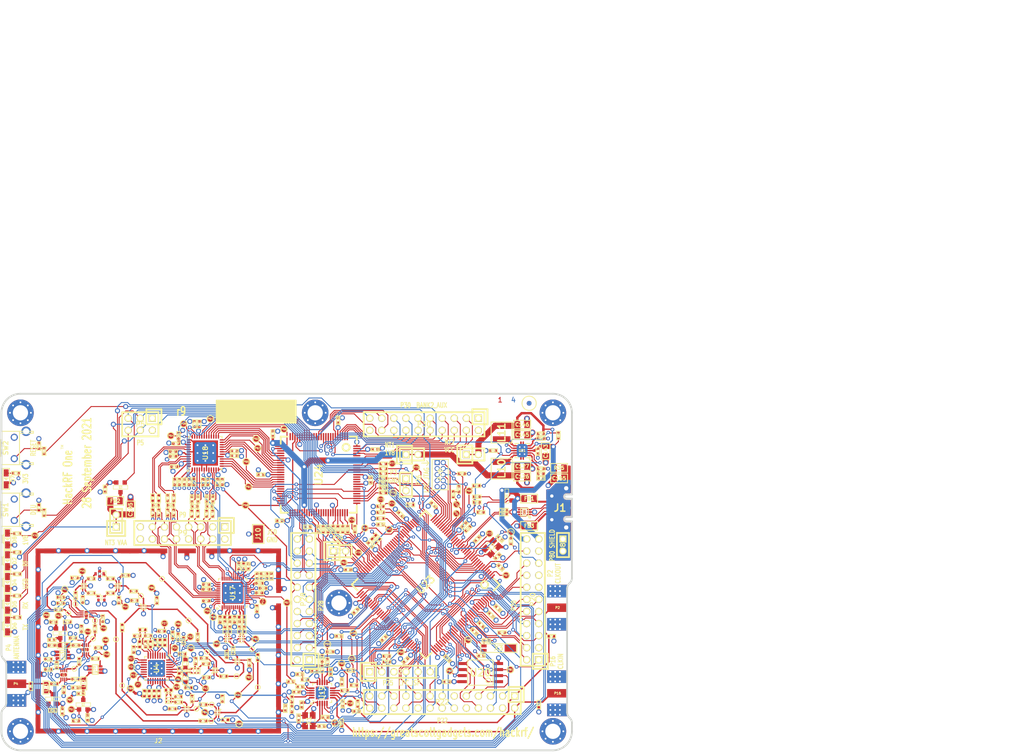
<source format=kicad_pcb>
(kicad_pcb (version 20211014) (generator pcbnew)

  (general
    (thickness 1.6116)
  )

  (paper "USLegal")
  (title_block
    (title "HackRF One")
    (date "2021-09-28")
    (rev "r9")
    (company "Copyright 2012-2020 Great Scott Gadgets")
    (comment 1 "Michael Ossmann")
    (comment 2 "Licensed under the CERN-OHL-P v2")
  )

  (layers
    (0 "F.Cu" signal "C1F")
    (1 "In1.Cu" signal "C2")
    (2 "In2.Cu" signal "C3")
    (31 "B.Cu" signal "C4B")
    (32 "B.Adhes" user "B.Adhesive")
    (33 "F.Adhes" user "F.Adhesive")
    (34 "B.Paste" user)
    (35 "F.Paste" user)
    (36 "B.SilkS" user "B.Silkscreen")
    (37 "F.SilkS" user "F.Silkscreen")
    (38 "B.Mask" user)
    (39 "F.Mask" user)
    (41 "Cmts.User" user "User.Comments")
    (44 "Edge.Cuts" user)
    (45 "Margin" user)
    (46 "B.CrtYd" user "B.Courtyard")
    (47 "F.CrtYd" user "F.Courtyard")
  )

  (setup
    (stackup
      (layer "F.SilkS" (type "Top Silk Screen") (color "White"))
      (layer "F.Paste" (type "Top Solder Paste"))
      (layer "F.Mask" (type "Top Solder Mask") (color "Green") (thickness 0.0127) (material "LPI") (epsilon_r 3.8) (loss_tangent 0))
      (layer "F.Cu" (type "copper") (thickness 0.035))
      (layer "dielectric 1" (type "prepreg") (thickness 0.2104) (material "7628") (epsilon_r 4.6) (loss_tangent 0))
      (layer "In1.Cu" (type "copper") (thickness 0.0152))
      (layer "dielectric 2" (type "core") (thickness 1.065) (material "7628") (epsilon_r 4.6) (loss_tangent 0))
      (layer "In2.Cu" (type "copper") (thickness 0.0152))
      (layer "dielectric 3" (type "prepreg") (thickness 0.2104) (material "7628") (epsilon_r 4.6) (loss_tangent 0))
      (layer "B.Cu" (type "copper") (thickness 0.035))
      (layer "B.Mask" (type "Bottom Solder Mask") (color "Green") (thickness 0.0127) (material "LPI") (epsilon_r 3.8) (loss_tangent 0))
      (layer "B.Paste" (type "Bottom Solder Paste"))
      (layer "B.SilkS" (type "Bottom Silk Screen") (color "White"))
      (copper_finish "ENIG")
      (dielectric_constraints yes)
    )
    (pad_to_mask_clearance 0.05)
    (pad_to_paste_clearance_ratio -0.12)
    (pcbplotparams
      (layerselection 0x00010e8_ffffffff)
      (disableapertmacros false)
      (usegerberextensions true)
      (usegerberattributes false)
      (usegerberadvancedattributes true)
      (creategerberjobfile false)
      (svguseinch false)
      (svgprecision 6)
      (excludeedgelayer true)
      (plotframeref false)
      (viasonmask false)
      (mode 1)
      (useauxorigin false)
      (hpglpennumber 1)
      (hpglpenspeed 20)
      (hpglpendiameter 15.000000)
      (dxfpolygonmode true)
      (dxfimperialunits true)
      (dxfusepcbnewfont true)
      (psnegative false)
      (psa4output false)
      (plotreference false)
      (plotvalue false)
      (plotinvisibletext false)
      (sketchpadsonfab false)
      (subtractmaskfromsilk false)
      (outputformat 1)
      (mirror false)
      (drillshape 0)
      (scaleselection 1)
      (outputdirectory "gerbers")
    )
  )

  (net 0 "")
  (net 1 "!MIX_BYPASS")
  (net 2 "!RX_AMP_PWR")
  (net 3 "!TX_AMP_PWR")
  (net 4 "!VAA_ENABLE")
  (net 5 "/baseband/CLK0")
  (net 6 "/baseband/CLK1")
  (net 7 "/baseband/CLK2")
  (net 8 "/baseband/CLK3")
  (net 9 "/baseband/CLK5")
  (net 10 "/baseband/COM")
  (net 11 "/baseband/CPOUT+")
  (net 12 "/baseband/CPOUT-")
  (net 13 "/baseband/IA+")
  (net 14 "/baseband/IA-")
  (net 15 "/baseband/ID+")
  (net 16 "/baseband/ID-")
  (net 17 "/baseband/INTR")
  (net 18 "/baseband/OEB")
  (net 19 "/baseband/QA+")
  (net 20 "/baseband/QA-")
  (net 21 "/baseband/QD+")
  (net 22 "/baseband/QD-")
  (net 23 "/baseband/REFN")
  (net 24 "/baseband/REFP")
  (net 25 "/baseband/RXBBI+")
  (net 26 "/baseband/RXBBI-")
  (net 27 "/baseband/RXBBQ+")
  (net 28 "/baseband/RXBBQ-")
  (net 29 "/baseband/TXBBI+")
  (net 30 "/baseband/TXBBI-")
  (net 31 "/baseband/TXBBQ+")
  (net 32 "/baseband/TXBBQ-")
  (net 33 "/baseband/XA")
  (net 34 "/baseband/XB")
  (net 35 "/baseband/XCVR_CLKOUT")
  (net 36 "/baseband/XTAL2")
  (net 37 "/frontend/!ANT_BIAS")
  (net 38 "/frontend/REF_IN")
  (net 39 "/frontend/RX_AMP_OUT")
  (net 40 "/frontend/TX_AMP_IN")
  (net 41 "/frontend/TX_AMP_OUT")
  (net 42 "/mcu/usb/power/ADC0_0")
  (net 43 "/mcu/usb/power/ADC0_2")
  (net 44 "/mcu/usb/power/ADC0_5")
  (net 45 "/mcu/usb/power/ADC0_6")
  (net 46 "/mcu/usb/power/B1AUX13")
  (net 47 "/mcu/usb/power/B1AUX14")
  (net 48 "/mcu/usb/power/B2AUX1")
  (net 49 "/mcu/usb/power/B2AUX10")
  (net 50 "/mcu/usb/power/B2AUX11")
  (net 51 "/mcu/usb/power/B2AUX12")
  (net 52 "/mcu/usb/power/B2AUX13")
  (net 53 "/mcu/usb/power/B2AUX14")
  (net 54 "/mcu/usb/power/B2AUX15")
  (net 55 "/mcu/usb/power/B2AUX16")
  (net 56 "/mcu/usb/power/B2AUX2")
  (net 57 "/mcu/usb/power/B2AUX3")
  (net 58 "/mcu/usb/power/B2AUX4")
  (net 59 "/mcu/usb/power/B2AUX5")
  (net 60 "/mcu/usb/power/B2AUX6")
  (net 61 "/mcu/usb/power/B2AUX7")
  (net 62 "/mcu/usb/power/B2AUX8")
  (net 63 "/mcu/usb/power/B2AUX9")
  (net 64 "/mcu/usb/power/BANK2F3M1")
  (net 65 "/mcu/usb/power/BANK2F3M10")
  (net 66 "/mcu/usb/power/BANK2F3M11")
  (net 67 "/mcu/usb/power/BANK2F3M12")
  (net 68 "/mcu/usb/power/BANK2F3M14")
  (net 69 "/mcu/usb/power/BANK2F3M15")
  (net 70 "/mcu/usb/power/BANK2F3M16")
  (net 71 "/mcu/usb/power/BANK2F3M2")
  (net 72 "/mcu/usb/power/BANK2F3M3")
  (net 73 "/mcu/usb/power/BANK2F3M4")
  (net 74 "/mcu/usb/power/BANK2F3M5")
  (net 75 "/mcu/usb/power/BANK2F3M6")
  (net 76 "/mcu/usb/power/BANK2F3M7")
  (net 77 "/mcu/usb/power/BANK2F3M8")
  (net 78 "/mcu/usb/power/BANK2F3M9")
  (net 79 "/mcu/usb/power/CPLD_TCK")
  (net 80 "/mcu/usb/power/CPLD_TDI")
  (net 81 "/mcu/usb/power/CPLD_TDO")
  (net 82 "/mcu/usb/power/CPLD_TMS")
  (net 83 "/mcu/usb/power/DBGEN")
  (net 84 "/mcu/usb/power/DM")
  (net 85 "/mcu/usb/power/DP")
  (net 86 "/mcu/usb/power/EN1V8")
  (net 87 "/mcu/usb/power/GCK0")
  (net 88 "/mcu/usb/power/GPIO3_10")
  (net 89 "/mcu/usb/power/GPIO3_11")
  (net 90 "/mcu/usb/power/GPIO3_12")
  (net 91 "/mcu/usb/power/GPIO3_13")
  (net 92 "/mcu/usb/power/GPIO3_14")
  (net 93 "/mcu/usb/power/GPIO3_15")
  (net 94 "/mcu/usb/power/GPIO3_8")
  (net 95 "/mcu/usb/power/GPIO3_9")
  (net 96 "/mcu/usb/power/GP_CLKIN")
  (net 97 "/mcu/usb/power/I2C1_SCL")
  (net 98 "/mcu/usb/power/I2C1_SDA")
  (net 99 "/mcu/usb/power/I2S0_RX_MCLK")
  (net 100 "/mcu/usb/power/I2S0_RX_SCK")
  (net 101 "/mcu/usb/power/I2S0_RX_SDA")
  (net 102 "/mcu/usb/power/I2S0_RX_WS")
  (net 103 "/mcu/usb/power/I2S0_TX_MCLK")
  (net 104 "/mcu/usb/power/I2S0_TX_SCK")
  (net 105 "/mcu/usb/power/ISP")
  (net 106 "/mcu/usb/power/LED1")
  (net 107 "/mcu/usb/power/LED2")
  (net 108 "/mcu/usb/power/LED3")
  (net 109 "/mcu/usb/power/P1_1")
  (net 110 "/mcu/usb/power/P1_2")
  (net 111 "/mcu/usb/power/P2_13")
  (net 112 "/mcu/usb/power/P2_8")
  (net 113 "/mcu/usb/power/P2_9")
  (net 114 "/mcu/usb/power/REG_OUT1")
  (net 115 "/mcu/usb/power/REG_OUT2")
  (net 116 "/mcu/usb/power/RESET")
  (net 117 "/mcu/usb/power/RREF")
  (net 118 "/mcu/usb/power/RTCX1")
  (net 119 "/mcu/usb/power/RTCX2")
  (net 120 "/mcu/usb/power/RTC_ALARM")
  (net 121 "/mcu/usb/power/SD_CD")
  (net 122 "/mcu/usb/power/SD_CLK")
  (net 123 "/mcu/usb/power/SD_CMD")
  (net 124 "/mcu/usb/power/SD_DAT0")
  (net 125 "/mcu/usb/power/SD_DAT1")
  (net 126 "/mcu/usb/power/SD_DAT2")
  (net 127 "/mcu/usb/power/SD_DAT3")
  (net 128 "/mcu/usb/power/SD_POW")
  (net 129 "/mcu/usb/power/SD_VOLT0")
  (net 130 "/mcu/usb/power/SGPIO0")
  (net 131 "/mcu/usb/power/SGPIO1")
  (net 132 "/mcu/usb/power/SGPIO10")
  (net 133 "/mcu/usb/power/SGPIO11")
  (net 134 "/mcu/usb/power/SGPIO12")
  (net 135 "/mcu/usb/power/SGPIO13")
  (net 136 "/mcu/usb/power/SGPIO14")
  (net 137 "/mcu/usb/power/SGPIO15")
  (net 138 "/mcu/usb/power/SGPIO2")
  (net 139 "/mcu/usb/power/SGPIO3")
  (net 140 "/mcu/usb/power/SGPIO4")
  (net 141 "/mcu/usb/power/SGPIO5")
  (net 142 "/mcu/usb/power/SGPIO6")
  (net 143 "/mcu/usb/power/SGPIO7")
  (net 144 "/mcu/usb/power/SGPIO9")
  (net 145 "/mcu/usb/power/SPIFI_CS")
  (net 146 "/mcu/usb/power/SPIFI_CIPO")
  (net 147 "/mcu/usb/power/SPIFI_COPI")
  (net 148 "/mcu/usb/power/SPIFI_SCK")
  (net 149 "/mcu/usb/power/SPIFI_SIO2")
  (net 150 "/mcu/usb/power/SPIFI_SIO3")
  (net 151 "/mcu/usb/power/TCK")
  (net 152 "/mcu/usb/power/TDI")
  (net 153 "/mcu/usb/power/TDO")
  (net 154 "/mcu/usb/power/TMS")
  (net 155 "/mcu/usb/power/U0_RXD")
  (net 156 "/mcu/usb/power/U0_TXD")
  (net 157 "/mcu/usb/power/USB_SHIELD")
  (net 158 "/mcu/usb/power/VBAT")
  (net 159 "/mcu/usb/power/VBUS")
  (net 160 "/mcu/usb/power/VBUSCTRL")
  (net 161 "/mcu/usb/power/VIN")
  (net 162 "/mcu/usb/power/VREGMODE")
  (net 163 "/mcu/usb/power/WAKEUP")
  (net 164 "/mcu/usb/power/XTAL1")
  (net 165 "/mcu/usb/power/XTAL2")
  (net 166 "AMP_BYPASS")
  (net 167 "CLK6")
  (net 168 "CLKIN")
  (net 169 "CLKOUT")
  (net 170 "CS_AD")
  (net 171 "CS_XCVR")
  (net 172 "DA0")
  (net 173 "DA1")
  (net 174 "DA2")
  (net 175 "DA3")
  (net 176 "DA4")
  (net 177 "DA5")
  (net 178 "DA6")
  (net 179 "DA7")
  (net 180 "DD0")
  (net 181 "DD1")
  (net 182 "DD2")
  (net 183 "DD3")
  (net 184 "DD4")
  (net 185 "DD5")
  (net 186 "DD6")
  (net 187 "DD7")
  (net 188 "DD8")
  (net 189 "DD9")
  (net 190 "GCK1")
  (net 191 "GCK2")
  (net 192 "GND")
  (net 193 "HP")
  (net 194 "LP")
  (net 195 "MCU_CLK")
  (net 196 "MIXER_ENX")
  (net 197 "MIXER_RESETX")
  (net 198 "MIXER_SCLK")
  (net 199 "MIXER_SDATA")
  (net 200 "MIX_BYPASS")
  (net 201 "MIX_CLK")
  (net 202 "RSSI")
  (net 203 "RX")
  (net 204 "RXENABLE")
  (net 205 "RX_AMP")
  (net 206 "RX_IF")
  (net 207 "RX_MIX_BP")
  (net 208 "SCL")
  (net 209 "SDA")
  (net 210 "SGPIO_CLK")
  (net 211 "SSP1_CIPO")
  (net 212 "SSP1_COPI")
  (net 213 "SSP1_SCK")
  (net 214 "TXENABLE")
  (net 215 "TX_AMP")
  (net 216 "TX_IF")
  (net 217 "TX_MIX_BP")
  (net 218 "VAA")
  (net 219 "VCC")
  (net 220 "XCVR_EN")
  (net 221 "Net-(C8-Pad2)")
  (net 222 "Net-(C9-Pad2)")
  (net 223 "Net-(C9-Pad1)")
  (net 224 "Net-(C12-Pad1)")
  (net 225 "Net-(C13-Pad1)")
  (net 226 "Net-(C14-Pad2)")
  (net 227 "Net-(C14-Pad1)")
  (net 228 "Net-(C15-Pad2)")
  (net 229 "Net-(C17-Pad2)")
  (net 230 "Net-(C17-Pad1)")
  (net 231 "Net-(C18-Pad2)")
  (net 232 "Net-(C18-Pad1)")
  (net 233 "Net-(C20-Pad2)")
  (net 234 "Net-(C20-Pad1)")
  (net 235 "Net-(C21-Pad2)")
  (net 236 "Net-(C21-Pad1)")
  (net 237 "Net-(C23-Pad2)")
  (net 238 "Net-(C23-Pad1)")
  (net 239 "Net-(C25-Pad1)")
  (net 240 "Net-(C26-Pad2)")
  (net 241 "Net-(C26-Pad1)")
  (net 242 "Net-(C27-Pad2)")
  (net 243 "Net-(C27-Pad1)")
  (net 244 "Net-(C28-Pad2)")
  (net 245 "Net-(C28-Pad1)")
  (net 246 "Net-(C31-Pad2)")
  (net 247 "Net-(C31-Pad1)")
  (net 248 "Net-(C32-Pad2)")
  (net 249 "Net-(C32-Pad1)")
  (net 250 "Net-(C43-Pad2)")
  (net 251 "Net-(C43-Pad1)")
  (net 252 "Net-(C44-Pad2)")
  (net 253 "Net-(C44-Pad1)")
  (net 254 "Net-(C46-Pad2)")
  (net 255 "Net-(C46-Pad1)")
  (net 256 "Net-(C48-Pad1)")
  (net 257 "Net-(C49-Pad2)")
  (net 258 "Net-(C50-Pad1)")
  (net 259 "Net-(C51-Pad2)")
  (net 260 "Net-(C51-Pad1)")
  (net 261 "Net-(C163-Pad2)")
  (net 262 "Net-(C58-Pad2)")
  (net 263 "Net-(C59-Pad2)")
  (net 264 "Net-(C61-Pad2)")
  (net 265 "Net-(C61-Pad1)")
  (net 266 "Net-(C62-Pad2)")
  (net 267 "Net-(C64-Pad2)")
  (net 268 "Net-(C64-Pad1)")
  (net 269 "Net-(C99-Pad2)")
  (net 270 "Net-(C99-Pad1)")
  (net 271 "Net-(C102-Pad2)")
  (net 272 "Net-(C102-Pad1)")
  (net 273 "Net-(C104-Pad2)")
  (net 274 "Net-(C104-Pad1)")
  (net 275 "Net-(C105-Pad1)")
  (net 276 "Net-(C106-Pad1)")
  (net 277 "Net-(C111-Pad2)")
  (net 278 "Net-(C111-Pad1)")
  (net 279 "Net-(C114-Pad2)")
  (net 280 "Net-(C114-Pad1)")
  (net 281 "Net-(C125-Pad2)")
  (net 282 "Net-(C160-Pad1)")
  (net 283 "Net-(D2-Pad2)")
  (net 284 "Net-(D4-Pad2)")
  (net 285 "Net-(D5-Pad2)")
  (net 286 "Net-(D6-Pad2)")
  (net 287 "Net-(D7-Pad2)")
  (net 288 "Net-(D8-Pad2)")
  (net 289 "Net-(FB1-Pad1)")
  (net 290 "Net-(FB2-Pad1)")
  (net 291 "Net-(FB3-Pad1)")
  (net 292 "Net-(J1-Pad4)")
  (net 293 "Net-(J1-Pad3)")
  (net 294 "Net-(J1-Pad2)")
  (net 295 "Net-(L1-Pad2)")
  (net 296 "Net-(L1-Pad1)")
  (net 297 "Net-(L2-Pad1)")
  (net 298 "Net-(L3-Pad1)")
  (net 299 "Net-(L10-Pad1)")
  (net 300 "Net-(L11-Pad2)")
  (net 301 "Net-(L13-Pad1)")
  (net 302 "Net-(P6-Pad1)")
  (net 303 "Net-(P7-Pad1)")
  (net 304 "Net-(P17-Pad1)")
  (net 305 "Net-(P19-Pad1)")
  (net 306 "Net-(P24-Pad1)")
  (net 307 "Net-(R4-Pad2)")
  (net 308 "Net-(R30-Pad2)")
  (net 309 "Net-(R19-Pad2)")
  (net 310 "Net-(R51-Pad1)")
  (net 311 "Net-(R52-Pad2)")
  (net 312 "Net-(R55-Pad2)")
  (net 313 "Net-(R62-Pad1)")
  (net 314 "/frontend/RX_AMP_IN")
  (net 315 "+1V8")
  (net 316 "unconnected-(P25-Pad3)")
  (net 317 "unconnected-(P26-Pad7)")
  (net 318 "unconnected-(U4-Pad1)")
  (net 319 "unconnected-(U4-Pad2)")
  (net 320 "unconnected-(U4-Pad3)")
  (net 321 "unconnected-(U4-Pad11)")
  (net 322 "unconnected-(U4-Pad13)")
  (net 323 "unconnected-(U4-Pad14)")
  (net 324 "unconnected-(U4-Pad17)")
  (net 325 "unconnected-(U4-Pad18)")
  (net 326 "unconnected-(U4-Pad20)")
  (net 327 "unconnected-(U4-Pad21)")
  (net 328 "unconnected-(U9-Pad2)")
  (net 329 "unconnected-(U12-Pad2)")
  (net 330 "unconnected-(U14-Pad2)")
  (net 331 "unconnected-(U15-Pad4)")
  (net 332 "unconnected-(U15-Pad6)")
  (net 333 "unconnected-(U17-Pad3)")
  (net 334 "unconnected-(U17-Pad6)")
  (net 335 "unconnected-(U17-Pad8)")
  (net 336 "unconnected-(U17-Pad9)")
  (net 337 "unconnected-(U17-Pad12)")
  (net 338 "unconnected-(U17-Pad14)")
  (net 339 "unconnected-(U17-Pad18)")
  (net 340 "unconnected-(U17-Pad33)")
  (net 341 "unconnected-(U17-Pad34)")
  (net 342 "unconnected-(U17-Pad40)")
  (net 343 "unconnected-(U18-Pad38)")
  (net 344 "unconnected-(U23-Pad85)")
  (net 345 "unconnected-(U23-Pad89)")
  (net 346 "unconnected-(U23-Pad90)")
  (net 347 "unconnected-(U24-Pad14)")
  (net 348 "unconnected-(U24-Pad15)")
  (net 349 "unconnected-(U24-Pad16)")
  (net 350 "unconnected-(U24-Pad20)")
  (net 351 "unconnected-(U24-Pad25)")
  (net 352 "unconnected-(U24-Pad44)")
  (net 353 "unconnected-(U24-Pad46)")
  (net 354 "unconnected-(U24-Pad49)")
  (net 355 "unconnected-(U24-Pad50)")
  (net 356 "unconnected-(U24-Pad52)")
  (net 357 "unconnected-(U24-Pad53)")
  (net 358 "unconnected-(U24-Pad54)")
  (net 359 "unconnected-(U24-Pad58)")
  (net 360 "unconnected-(U24-Pad59)")
  (net 361 "unconnected-(U24-Pad60)")
  (net 362 "unconnected-(U24-Pad63)")
  (net 363 "unconnected-(U24-Pad65)")
  (net 364 "unconnected-(U24-Pad66)")
  (net 365 "unconnected-(U24-Pad68)")
  (net 366 "unconnected-(U24-Pad73)")
  (net 367 "unconnected-(U24-Pad75)")
  (net 368 "unconnected-(U24-Pad80)")
  (net 369 "unconnected-(U24-Pad82)")
  (net 370 "unconnected-(U24-Pad85)")
  (net 371 "unconnected-(U24-Pad86)")
  (net 372 "unconnected-(U24-Pad87)")
  (net 373 "unconnected-(U24-Pad93)")
  (net 374 "unconnected-(U24-Pad95)")
  (net 375 "unconnected-(U24-Pad96)")

  (footprint "gsg-modules:LTST-S220" (layer "F.Cu") (at 61.27 148.838 -90))

  (footprint "gsg-modules:LTST-S220" (layer "F.Cu") (at 61.27 139.694 -90))

  (footprint "gsg-modules:LTST-S220" (layer "F.Cu") (at 61.27 130.55 -90))

  (footprint "gsg-modules:LTST-S220" (layer "F.Cu") (at 61.27 144.266 -90))

  (footprint "gsg-modules:LTST-S220" (layer "F.Cu") (at 61.27 135.122 -90))

  (footprint "GSG-TESTPOINT-30MIL-MASKONLY" (layer "F.Cu") (at 89.31402 142.49908))

  (footprint "GSG-TESTPOINT-30MIL-MASKONLY" (layer "F.Cu") (at 84.1046 151.6574))

  (footprint "GSG-TESTPOINT-30MIL-MASKONLY" (layer "F.Cu") (at 75.57516 144.21358))

  (footprint "GSG-TESTPOINT-30MIL-MASKONLY" (layer "F.Cu") (at 74.0537 146.1516))

  (footprint "GSG-TESTPOINT-30MIL-MASKONLY" (layer "F.Cu") (at 93.782 138.932))

  (footprint "GSG-TESTPOINT-30MIL-MASKONLY" (layer "F.Cu") (at 85.4 161.3602))

  (footprint "GSG-TESTPOINT-30MIL-MASKONLY" (layer "F.Cu") (at 75.33894 157.8483))

  (footprint "GSG-TESTPOINT-30MIL-MASKONLY" (layer "F.Cu") (at 79.28 151.506))

  (footprint "GSG-TESTPOINT-30MIL-MASKONLY" (layer "F.Cu") (at 113.919 161.74974))

  (footprint "GSG-TESTPOINT-30MIL-MASKONLY" (layer "F.Cu") (at 104.11206 168.79824))

  (footprint "GSG-TESTPOINT-30MIL-MASKONLY" (layer "F.Cu") (at 104.25176 165.37432))

  (footprint "GSG-TESTPOINT-30MIL-MASKONLY" (layer "F.Cu") (at 101.0158 166.26332))

  (footprint "GSG-TESTPOINT-30MIL-MASKONLY" (layer "F.Cu") (at 79.6671 147.71116))

  (footprint "GSG-TESTPOINT-30MIL-MASKONLY" (layer "F.Cu") (at 109.47654 159.42564))

  (footprint "GSG-TESTPOINT-30MIL-MASKONLY" (layer "F.Cu") (at 99.36226 147.6883))

  (footprint "GSG-TESTPOINT-30MIL-MASKONLY" (layer "F.Cu") (at 103.23068 154.2796))

  (footprint "GSG-TESTPOINT-30MIL-MASKONLY" (layer "F.Cu") (at 112.71504 153.71064))

  (footprint "gsg-modules:LTST-S220" (layer "F.Cu") (at 61 117.9 -90))

  (footprint "GSG-MARK1MM" (layer "F.Cu") (at 171 102))

  (footprint "hackrf:GSG-0402" (layer "F.Cu") (at 91.0964 163.0468 -90))

  (footprint "hackrf:GSG-0402" (layer "F.Cu") (at 90.0804 163.0468 -90))

  (footprint "hackrf:GSG-0402" (layer "F.Cu") (at 93.1284 163.0468 -90))

  (footprint "hackrf:GSG-0402" (layer "F.Cu") (at 92.1124 163.0468 -90))

  (footprint "hackrf:GSG-0402" (layer "F.Cu") (at 92.341 152.328 90))

  (footprint "hackrf:GSG-0402" (layer "F.Cu") (at 93.357 152.328 90))

  (footprint "hackrf:GSG-0402" (layer "F.Cu") (at 107.084 168.5762 180))

  (footprint "hackrf:GSG-0402" (layer "F.Cu") (at 113.919 155.448 -90))

  (footprint "hackrf:GSG-0402" (layer "F.Cu") (at 85.4 149.1682 90))

  (footprint "hackrf:GSG-0402" (layer "F.Cu") (at 87.9808 143.4816))

  (footprint "hackrf:GSG-0402" (layer "F.Cu") (at 84.7138 143.4622 90))

  (footprint "hackrf:GSG-0402" (layer "F.Cu") (at 87.7944 153.8266 -90))

  (footprint "hackrf:GSG-0402" (layer "F.Cu") (at 88.5564 150.9056 180))

  (footprint "hackrf:GSG-0402" (layer "F.Cu") (at 90.3344 152.6836 90))

  (footprint "hackrf:GSG-0402" (layer "F.Cu") (at 90.8424 150.9056))

  (footprint "hackrf:GSG-0402" (layer "F.Cu") (at 106.4998 164.1566 90))

  (footprint "hackrf:GSG-0402" (layer "F.Cu") (at 82.9358 141.9382))

  (footprint "hackrf:GSG-0402" (layer "F.Cu") (at 78.8718 141.9382))

  (footprint "hackrf:GSG-0402" (layer "F.Cu") (at 77.0938 143.3352 90))

  (footprint "hackrf:GSG-0402" (layer "F.Cu") (at 87.8078 141.5288))

  (footprint "hackrf:GSG-0402" (layer "F.Cu") (at 102.4382 165.3794 180))

  (footprint "hackrf:GSG-0402" (layer "F.Cu") (at 95.9732 166.2726))

  (footprint "hackrf:GSG-0402" (layer "F.Cu") (at 101.2698 151.1808 90))

  (footprint "hackrf:GSG-0402" (layer "F.Cu") (at 92.6798 143.4816 -90))

  (footprint "hackrf:GSG-0402" (layer "F.Cu") (at 97.1924 163.7326))

  (footprint "hackrf:GSG-0402" (layer "F.Cu") (at 78.8718 138.8902 180))

  (footprint "hackrf:GSG-0402" (layer "F.Cu") (at 82.9358 138.8902))

  (footprint "hackrf:GSG-0402" (layer "F.Cu") (at 97.1924 164.8756))

  (footprint "hackrf:GSG-0402" (layer "F.Cu") (at 75.4174 138.7124 180))

  (footprint "hackrf:GSG-0402" (layer "F.Cu") (at 86.1 138.2))

  (footprint "hackrf:GSG-0402" (layer "F.Cu") (at 75.5952 142.4462 90))

  (footprint "hackrf:GSG-0402" (layer "F.Cu") (at 102.4382 168.8084 180))

  (footprint "hackrf:GSG-0402" (layer "F.Cu") (at 100.1134 164.139 90))

  (footprint "hackrf:GSG-0402" (layer "F.Cu") (at 98.31 151.9216 90))

  (footprint "hackrf:GSG-0402" (layer "F.Cu") (at 97.167 151.1596 90))

  (footprint "hackrf:GSG-0402" (layer "F.Cu") (at 96.024 150.7786 90))

  (footprint "hackrf:GSG-0402" (layer "F.Cu") (at 93.738 149.915 180))

  (footprint "hackrf:GSG-0402" (layer "F.Cu") (at 72.4456 142.8272))

  (footprint "hackrf:GSG-0402" (layer "F.Cu") (at 81.3054 147.3454 90))

  (footprint "hackrf:GSG-0402" (layer "F.Cu") (at 72.4456 144.0718))

  (footprint "hackrf:GSG-0402" (layer "F.Cu") (at 99.326 161.8276))

  (footprint "hackrf:GSG-0402" (layer "F.Cu") (at 98.056 154.7156 180))

  (footprint "hackrf:GSG-0402" (layer "F.Cu") (at 72.009 145.415 180))

  (footprint "hackrf:GSG-0402" (layer "F.Cu") (at 79.6798 149.4282 90))

  (footprint "hackrf:GSG-0402" (layer "F.Cu") (at 102.5906 155.6512))

  (footprint "hackrf:GSG-0402" (layer "F.Cu") (at 103.0478 156.7942 180))

  (footprint "hackrf:GSG-0402" (layer "F.Cu") (at 112.1664 156.5656 90))

  (footprint "hackrf:GSG-0402" (layer "F.Cu") (at 108.7374 154.0002 90))

  (footprint "hackrf:GSG-0402" (layer "F.Cu") (at 100.85 156.2396 -90))

  (footprint "hackrf:GSG-0402" (layer "F.Cu") (at 75.678 152.92))

  (footprint "hackrf:GSG-0402" (layer "F.Cu") (at 106.7414 159.434 180))

  (footprint "hackrf:GSG-0402" (layer "F.Cu") (at 70.598 152.92 180))

  (footprint "hackrf:GSG-0402" (layer "F.Cu") (at 70.9474 147.9998 180))

  (footprint "hackrf:GSG-0402" (layer "F.Cu") (at 103.124 159.6644 180))

  (footprint "hackrf:GSG-0402" (layer "F.Cu") (at 80.377 153.428))

  (footprint "hackrf:GSG-0402" (layer "F.Cu") (at 107.3912 154.8638 90))

  (footprint "hackrf:GSG-0402" (layer "F.Cu") (at 76.835 149.4282 90))

  (footprint "hackrf:GSG-0402" (layer "F.Cu") (at 71.614 157.111 90))

  (footprint "hackrf:GSG-0402" (layer "F.Cu") (at 79.742 155.714))

  (footprint "hackrf:GSG-0402" (layer "F.Cu") (at 75.043 151.396))

  (footprint "hackrf:GSG-0402" (layer "F.Cu") (at 76.3638 156.3236 90))

  (footprint "hackrf:GSG-0402" (layer "F.Cu") (at 75.551 160.032))

  (footprint "hackrf:GSG-0402" (layer "F.Cu") (at 73.0872 162.2418 -90))

  (footprint "hackrf:GSG-0402" (layer "F.Cu") (at 71.1 161 180))

  (footprint "hackrf:GSG-0402" (layer "F.Cu") (at 69.836 158))

  (footprint "hackrf:GSG-0402" (layer "F.Cu") (at 69.836 155.841))

  (footprint "hackrf:GSG-0402" (layer "F.Cu") (at 121.0802 164.2964 -90))

  (footprint "hackrf:GSG-0402" (layer "F.Cu") (at 127.4624 155.7214 90))

  (footprint "hackrf:GSG-0402" (layer "F.Cu") (at 129.088 154.2736))

  (footprint "hackrf:GSG-0402" (layer "F.Cu") (at 121.0802 166.3284 -90))

  (footprint "hackrf:GSG-0402" (layer "F.Cu") (at 100.4824 118.5578 -90))

  (footprint "hackrf:GSG-0402" (layer "F.Cu") (at 99.4664 118.5578 -90))

  (footprint "hackrf:GSG-0402" (layer "F.Cu") (at 103.4034 118.5578 -90))

  (footprint "hackrf:GSG-0402" (layer "F.Cu") (at 102.3874 118.5578 -90))

  (footprint "hackrf:GSG-0402" (layer "F.Cu") (at 105.4354 118.5578 -90))

  (footprint "hackrf:GSG-0402" (layer "F.Cu") (at 106.4514 118.5578 -90))

  (footprint "hackrf:GSG-0402" (layer "F.Cu") (at 101.6254 106.3658 90))

  (footprint "hackrf:GSG-0402" (layer "F.Cu") (at 100.6094 106.3658 90))

  (footprint "hackrf:GSG-0402" (layer "F.Cu") (at 96.7359 110.4933 180))

  (footprint "hackrf:GSG-0402" (layer "F.Cu") (at 97.2439 108.8423 90))

  (footprint "hackrf:GSG-0402" (layer "F.Cu")
    (tedit 4FB6CFE4) (tstamp 00000000-0000-0000-0000-00005787e283)
    (at 96.1009 113.1603 180)
    (property "Description" "CAP CER 0.1UF 10V 10% X5R 0402")
    (property "Manufacturer" "Murata")
    (property "Part Number" "GRM155R61A104KA01D")
    (property "Sheetfile" "baseband.kicad_sch")
    (property "Sheetname" "baseband")
    (path "/00000000-0000-0000-0000-000050370666/00000000-0000-0000-0000-0000503c49fa")
    (solder_mask_margin 0.1016)
    (attr through_hole)
    (fp_text reference "C81" (at 0 0.0508 180) (layer "F.SilkS")
      (effects (font (size 0.4064 0.4064) (thickness 0.1016)))
      (tstamp 014e208b-7a4f-46a8-a4ca-c11530962f28)
    )
    (fp_text value "100nF" (at 0 0.0508 180) (layer "F.SilkS") hide
      (effects (font (size 0.4064 0.4064) (thickness 0.1016)))
      (tstamp 2f8d09bf-f2db-4798-a12b-68c64af87a1f)
    )
    (fp_line (start 0.889 -0.381) (end 0.889 0.381) (layer "F.SilkS") (width 0.2032) (tstamp 695ed798-9020-4894-9a6b-e1e7051ac272))
    (fp_line (start -0.889 -0.381) (end 0.889 -0.381) (layer "F.SilkS") (width 0.2032) (tstamp 8f2bf1a2-877c-4284-93b5-a9d5010d6d63))
    (fp_line (start 0.889 0.381) (end -0.889 0.381) (layer "F.SilkS") (width 0.2032) (tstamp ac53fc72-bced-4647-8367-c4f3aa45a503))
    (fp_line (start -0.889 0.381) (end -0.889 -0.381) (layer "F.SilkS") (width 0.2032) (tstamp f4e9f9d7-21ae-491b-8873-d549b4278160))
    (pad "1" smd rect locked (at -0.5334 0 180) (size 0.508 0.5588) (layers "F.Cu" "F.Paste" "F.Mask")
      (net 218 "VAA") (pintype "passive") (die_length -1518.485687) (solder_mask_margin 0.1016) (tstamp 594ad98c-12d0-43be-b455-8e0
... [4431277 chars truncated]
</source>
